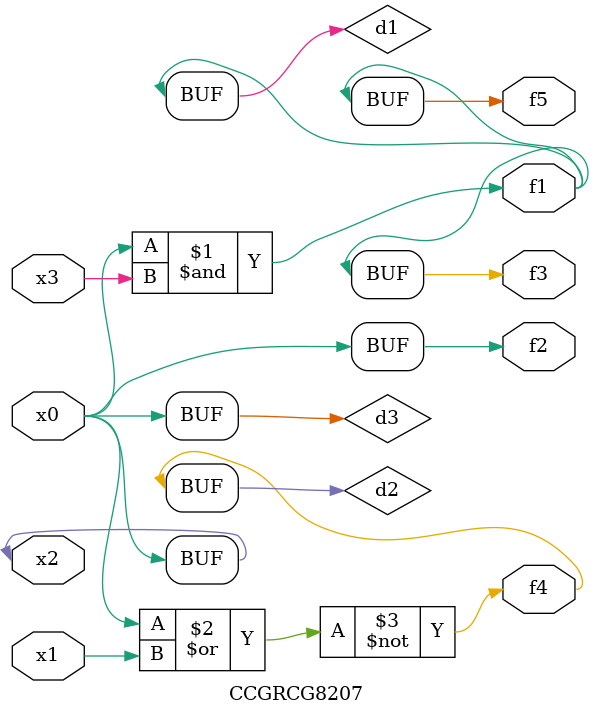
<source format=v>
module CCGRCG8207(
	input x0, x1, x2, x3,
	output f1, f2, f3, f4, f5
);

	wire d1, d2, d3;

	and (d1, x2, x3);
	nor (d2, x0, x1);
	buf (d3, x0, x2);
	assign f1 = d1;
	assign f2 = d3;
	assign f3 = d1;
	assign f4 = d2;
	assign f5 = d1;
endmodule

</source>
